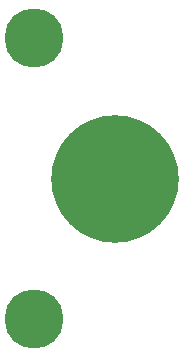
<source format=gbr>
G04 Layer_Color=255*
%FSLAX25Y25*%
%MOIN*%
%TF.FileFunction,Pads,Bot*%
%TF.Part,Single*%
G01*
G75*
%TA.AperFunction,ConnectorPad*%
%ADD11C,0.19685*%
%TA.AperFunction,ConnectorPad*%
%ADD13C,0.42520*%
D11*
X366683Y440497D02*
D03*
X366683Y346905D02*
D03*
D13*
X393701Y393701D02*
D03*
%TF.MD5,9F2BA33665F256BF5D09717D572BA2E2*%
M02*

</source>
